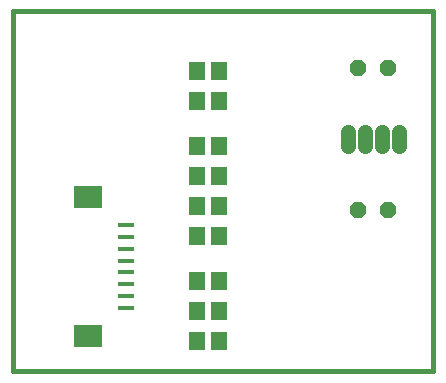
<source format=gts>
G75*
%MOIN*%
%OFA0B0*%
%FSLAX25Y25*%
%IPPOS*%
%LPD*%
%AMOC8*
5,1,8,0,0,1.08239X$1,22.5*
%
%ADD10C,0.01600*%
%ADD11OC8,0.05600*%
%ADD12R,0.05518X0.06306*%
%ADD13R,0.05512X0.01575*%
%ADD14R,0.09252X0.07480*%
%ADD15C,0.05156*%
D10*
X0001800Y0001800D02*
X0141800Y0001800D01*
X0141800Y0121800D01*
X0001800Y0121800D01*
X0001800Y0001800D01*
D11*
X0116800Y0055550D03*
X0126800Y0055550D03*
X0126800Y0103050D03*
X0116800Y0103050D03*
D12*
X0070540Y0101800D03*
X0063060Y0101800D03*
X0063060Y0091800D03*
X0070540Y0091800D03*
X0070540Y0076800D03*
X0063060Y0076800D03*
X0063060Y0066800D03*
X0070540Y0066800D03*
X0070540Y0056800D03*
X0063060Y0056800D03*
X0063060Y0046800D03*
X0070540Y0046800D03*
X0070540Y0031800D03*
X0063060Y0031800D03*
X0063060Y0021800D03*
X0070540Y0021800D03*
X0070540Y0011800D03*
X0063060Y0011800D03*
D13*
X0039595Y0023020D03*
X0039595Y0026957D03*
X0039595Y0030894D03*
X0039595Y0034831D03*
X0039595Y0038769D03*
X0039595Y0042706D03*
X0039595Y0046643D03*
X0039595Y0050580D03*
D14*
X0026800Y0060028D03*
X0026800Y0013572D03*
D15*
X0113489Y0076922D02*
X0113489Y0081678D01*
X0119113Y0081678D02*
X0119113Y0076922D01*
X0124737Y0076922D02*
X0124737Y0081678D01*
X0130361Y0081678D02*
X0130361Y0076922D01*
M02*

</source>
